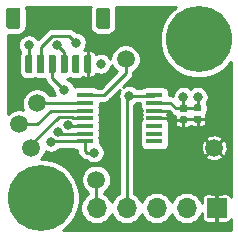
<source format=gbr>
G04 #@! TF.GenerationSoftware,KiCad,Pcbnew,5.1.5-52549c5~84~ubuntu18.04.1*
G04 #@! TF.CreationDate,2020-02-17T23:24:27+01:00*
G04 #@! TF.ProjectId,bldc_motor_encoder,626c6463-5f6d-46f7-946f-725f656e636f,rev?*
G04 #@! TF.SameCoordinates,Original*
G04 #@! TF.FileFunction,Copper,L1,Top*
G04 #@! TF.FilePolarity,Positive*
%FSLAX46Y46*%
G04 Gerber Fmt 4.6, Leading zero omitted, Abs format (unit mm)*
G04 Created by KiCad (PCBNEW 5.1.5-52549c5~84~ubuntu18.04.1) date 2020-02-17 23:24:27*
%MOMM*%
%LPD*%
G04 APERTURE LIST*
%ADD10C,0.100000*%
%ADD11O,1.700000X1.700000*%
%ADD12R,1.700000X1.700000*%
%ADD13C,5.600000*%
%ADD14C,1.500000*%
%ADD15R,1.450000X0.450000*%
%ADD16C,0.800000*%
%ADD17C,0.250000*%
G04 APERTURE END LIST*
G04 #@! TA.AperFunction,SMDPad,CuDef*
D10*
G36*
X131374505Y-80626204D02*
G01*
X131398773Y-80629804D01*
X131422572Y-80635765D01*
X131445671Y-80644030D01*
X131467850Y-80654520D01*
X131488893Y-80667132D01*
X131508599Y-80681747D01*
X131526777Y-80698223D01*
X131543253Y-80716401D01*
X131557868Y-80736107D01*
X131570480Y-80757150D01*
X131580970Y-80779329D01*
X131589235Y-80802428D01*
X131595196Y-80826227D01*
X131598796Y-80850495D01*
X131600000Y-80874999D01*
X131600000Y-82175001D01*
X131598796Y-82199505D01*
X131595196Y-82223773D01*
X131589235Y-82247572D01*
X131580970Y-82270671D01*
X131570480Y-82292850D01*
X131557868Y-82313893D01*
X131543253Y-82333599D01*
X131526777Y-82351777D01*
X131508599Y-82368253D01*
X131488893Y-82382868D01*
X131467850Y-82395480D01*
X131445671Y-82405970D01*
X131422572Y-82414235D01*
X131398773Y-82420196D01*
X131374505Y-82423796D01*
X131350001Y-82425000D01*
X130649999Y-82425000D01*
X130625495Y-82423796D01*
X130601227Y-82420196D01*
X130577428Y-82414235D01*
X130554329Y-82405970D01*
X130532150Y-82395480D01*
X130511107Y-82382868D01*
X130491401Y-82368253D01*
X130473223Y-82351777D01*
X130456747Y-82333599D01*
X130442132Y-82313893D01*
X130429520Y-82292850D01*
X130419030Y-82270671D01*
X130410765Y-82247572D01*
X130404804Y-82223773D01*
X130401204Y-82199505D01*
X130400000Y-82175001D01*
X130400000Y-80874999D01*
X130401204Y-80850495D01*
X130404804Y-80826227D01*
X130410765Y-80802428D01*
X130419030Y-80779329D01*
X130429520Y-80757150D01*
X130442132Y-80736107D01*
X130456747Y-80716401D01*
X130473223Y-80698223D01*
X130491401Y-80681747D01*
X130511107Y-80667132D01*
X130532150Y-80654520D01*
X130554329Y-80644030D01*
X130577428Y-80635765D01*
X130601227Y-80629804D01*
X130625495Y-80626204D01*
X130649999Y-80625000D01*
X131350001Y-80625000D01*
X131374505Y-80626204D01*
G37*
G04 #@! TD.AperFunction*
G04 #@! TA.AperFunction,SMDPad,CuDef*
G36*
X138974505Y-80626204D02*
G01*
X138998773Y-80629804D01*
X139022572Y-80635765D01*
X139045671Y-80644030D01*
X139067850Y-80654520D01*
X139088893Y-80667132D01*
X139108599Y-80681747D01*
X139126777Y-80698223D01*
X139143253Y-80716401D01*
X139157868Y-80736107D01*
X139170480Y-80757150D01*
X139180970Y-80779329D01*
X139189235Y-80802428D01*
X139195196Y-80826227D01*
X139198796Y-80850495D01*
X139200000Y-80874999D01*
X139200000Y-82175001D01*
X139198796Y-82199505D01*
X139195196Y-82223773D01*
X139189235Y-82247572D01*
X139180970Y-82270671D01*
X139170480Y-82292850D01*
X139157868Y-82313893D01*
X139143253Y-82333599D01*
X139126777Y-82351777D01*
X139108599Y-82368253D01*
X139088893Y-82382868D01*
X139067850Y-82395480D01*
X139045671Y-82405970D01*
X139022572Y-82414235D01*
X138998773Y-82420196D01*
X138974505Y-82423796D01*
X138950001Y-82425000D01*
X138249999Y-82425000D01*
X138225495Y-82423796D01*
X138201227Y-82420196D01*
X138177428Y-82414235D01*
X138154329Y-82405970D01*
X138132150Y-82395480D01*
X138111107Y-82382868D01*
X138091401Y-82368253D01*
X138073223Y-82351777D01*
X138056747Y-82333599D01*
X138042132Y-82313893D01*
X138029520Y-82292850D01*
X138019030Y-82270671D01*
X138010765Y-82247572D01*
X138004804Y-82223773D01*
X138001204Y-82199505D01*
X138000000Y-82175001D01*
X138000000Y-80874999D01*
X138001204Y-80850495D01*
X138004804Y-80826227D01*
X138010765Y-80802428D01*
X138019030Y-80779329D01*
X138029520Y-80757150D01*
X138042132Y-80736107D01*
X138056747Y-80716401D01*
X138073223Y-80698223D01*
X138091401Y-80681747D01*
X138111107Y-80667132D01*
X138132150Y-80654520D01*
X138154329Y-80644030D01*
X138177428Y-80635765D01*
X138201227Y-80629804D01*
X138225495Y-80626204D01*
X138249999Y-80625000D01*
X138950001Y-80625000D01*
X138974505Y-80626204D01*
G37*
G04 #@! TD.AperFunction*
G04 #@! TA.AperFunction,SMDPad,CuDef*
G36*
X132464703Y-84625722D02*
G01*
X132479264Y-84627882D01*
X132493543Y-84631459D01*
X132507403Y-84636418D01*
X132520710Y-84642712D01*
X132533336Y-84650280D01*
X132545159Y-84659048D01*
X132556066Y-84668934D01*
X132565952Y-84679841D01*
X132574720Y-84691664D01*
X132582288Y-84704290D01*
X132588582Y-84717597D01*
X132593541Y-84731457D01*
X132597118Y-84745736D01*
X132599278Y-84760297D01*
X132600000Y-84775000D01*
X132600000Y-86025000D01*
X132599278Y-86039703D01*
X132597118Y-86054264D01*
X132593541Y-86068543D01*
X132588582Y-86082403D01*
X132582288Y-86095710D01*
X132574720Y-86108336D01*
X132565952Y-86120159D01*
X132556066Y-86131066D01*
X132545159Y-86140952D01*
X132533336Y-86149720D01*
X132520710Y-86157288D01*
X132507403Y-86163582D01*
X132493543Y-86168541D01*
X132479264Y-86172118D01*
X132464703Y-86174278D01*
X132450000Y-86175000D01*
X132150000Y-86175000D01*
X132135297Y-86174278D01*
X132120736Y-86172118D01*
X132106457Y-86168541D01*
X132092597Y-86163582D01*
X132079290Y-86157288D01*
X132066664Y-86149720D01*
X132054841Y-86140952D01*
X132043934Y-86131066D01*
X132034048Y-86120159D01*
X132025280Y-86108336D01*
X132017712Y-86095710D01*
X132011418Y-86082403D01*
X132006459Y-86068543D01*
X132002882Y-86054264D01*
X132000722Y-86039703D01*
X132000000Y-86025000D01*
X132000000Y-84775000D01*
X132000722Y-84760297D01*
X132002882Y-84745736D01*
X132006459Y-84731457D01*
X132011418Y-84717597D01*
X132017712Y-84704290D01*
X132025280Y-84691664D01*
X132034048Y-84679841D01*
X132043934Y-84668934D01*
X132054841Y-84659048D01*
X132066664Y-84650280D01*
X132079290Y-84642712D01*
X132092597Y-84636418D01*
X132106457Y-84631459D01*
X132120736Y-84627882D01*
X132135297Y-84625722D01*
X132150000Y-84625000D01*
X132450000Y-84625000D01*
X132464703Y-84625722D01*
G37*
G04 #@! TD.AperFunction*
G04 #@! TA.AperFunction,SMDPad,CuDef*
G36*
X133464703Y-84625722D02*
G01*
X133479264Y-84627882D01*
X133493543Y-84631459D01*
X133507403Y-84636418D01*
X133520710Y-84642712D01*
X133533336Y-84650280D01*
X133545159Y-84659048D01*
X133556066Y-84668934D01*
X133565952Y-84679841D01*
X133574720Y-84691664D01*
X133582288Y-84704290D01*
X133588582Y-84717597D01*
X133593541Y-84731457D01*
X133597118Y-84745736D01*
X133599278Y-84760297D01*
X133600000Y-84775000D01*
X133600000Y-86025000D01*
X133599278Y-86039703D01*
X133597118Y-86054264D01*
X133593541Y-86068543D01*
X133588582Y-86082403D01*
X133582288Y-86095710D01*
X133574720Y-86108336D01*
X133565952Y-86120159D01*
X133556066Y-86131066D01*
X133545159Y-86140952D01*
X133533336Y-86149720D01*
X133520710Y-86157288D01*
X133507403Y-86163582D01*
X133493543Y-86168541D01*
X133479264Y-86172118D01*
X133464703Y-86174278D01*
X133450000Y-86175000D01*
X133150000Y-86175000D01*
X133135297Y-86174278D01*
X133120736Y-86172118D01*
X133106457Y-86168541D01*
X133092597Y-86163582D01*
X133079290Y-86157288D01*
X133066664Y-86149720D01*
X133054841Y-86140952D01*
X133043934Y-86131066D01*
X133034048Y-86120159D01*
X133025280Y-86108336D01*
X133017712Y-86095710D01*
X133011418Y-86082403D01*
X133006459Y-86068543D01*
X133002882Y-86054264D01*
X133000722Y-86039703D01*
X133000000Y-86025000D01*
X133000000Y-84775000D01*
X133000722Y-84760297D01*
X133002882Y-84745736D01*
X133006459Y-84731457D01*
X133011418Y-84717597D01*
X133017712Y-84704290D01*
X133025280Y-84691664D01*
X133034048Y-84679841D01*
X133043934Y-84668934D01*
X133054841Y-84659048D01*
X133066664Y-84650280D01*
X133079290Y-84642712D01*
X133092597Y-84636418D01*
X133106457Y-84631459D01*
X133120736Y-84627882D01*
X133135297Y-84625722D01*
X133150000Y-84625000D01*
X133450000Y-84625000D01*
X133464703Y-84625722D01*
G37*
G04 #@! TD.AperFunction*
G04 #@! TA.AperFunction,SMDPad,CuDef*
G36*
X134464703Y-84625722D02*
G01*
X134479264Y-84627882D01*
X134493543Y-84631459D01*
X134507403Y-84636418D01*
X134520710Y-84642712D01*
X134533336Y-84650280D01*
X134545159Y-84659048D01*
X134556066Y-84668934D01*
X134565952Y-84679841D01*
X134574720Y-84691664D01*
X134582288Y-84704290D01*
X134588582Y-84717597D01*
X134593541Y-84731457D01*
X134597118Y-84745736D01*
X134599278Y-84760297D01*
X134600000Y-84775000D01*
X134600000Y-86025000D01*
X134599278Y-86039703D01*
X134597118Y-86054264D01*
X134593541Y-86068543D01*
X134588582Y-86082403D01*
X134582288Y-86095710D01*
X134574720Y-86108336D01*
X134565952Y-86120159D01*
X134556066Y-86131066D01*
X134545159Y-86140952D01*
X134533336Y-86149720D01*
X134520710Y-86157288D01*
X134507403Y-86163582D01*
X134493543Y-86168541D01*
X134479264Y-86172118D01*
X134464703Y-86174278D01*
X134450000Y-86175000D01*
X134150000Y-86175000D01*
X134135297Y-86174278D01*
X134120736Y-86172118D01*
X134106457Y-86168541D01*
X134092597Y-86163582D01*
X134079290Y-86157288D01*
X134066664Y-86149720D01*
X134054841Y-86140952D01*
X134043934Y-86131066D01*
X134034048Y-86120159D01*
X134025280Y-86108336D01*
X134017712Y-86095710D01*
X134011418Y-86082403D01*
X134006459Y-86068543D01*
X134002882Y-86054264D01*
X134000722Y-86039703D01*
X134000000Y-86025000D01*
X134000000Y-84775000D01*
X134000722Y-84760297D01*
X134002882Y-84745736D01*
X134006459Y-84731457D01*
X134011418Y-84717597D01*
X134017712Y-84704290D01*
X134025280Y-84691664D01*
X134034048Y-84679841D01*
X134043934Y-84668934D01*
X134054841Y-84659048D01*
X134066664Y-84650280D01*
X134079290Y-84642712D01*
X134092597Y-84636418D01*
X134106457Y-84631459D01*
X134120736Y-84627882D01*
X134135297Y-84625722D01*
X134150000Y-84625000D01*
X134450000Y-84625000D01*
X134464703Y-84625722D01*
G37*
G04 #@! TD.AperFunction*
G04 #@! TA.AperFunction,SMDPad,CuDef*
G36*
X135464703Y-84625722D02*
G01*
X135479264Y-84627882D01*
X135493543Y-84631459D01*
X135507403Y-84636418D01*
X135520710Y-84642712D01*
X135533336Y-84650280D01*
X135545159Y-84659048D01*
X135556066Y-84668934D01*
X135565952Y-84679841D01*
X135574720Y-84691664D01*
X135582288Y-84704290D01*
X135588582Y-84717597D01*
X135593541Y-84731457D01*
X135597118Y-84745736D01*
X135599278Y-84760297D01*
X135600000Y-84775000D01*
X135600000Y-86025000D01*
X135599278Y-86039703D01*
X135597118Y-86054264D01*
X135593541Y-86068543D01*
X135588582Y-86082403D01*
X135582288Y-86095710D01*
X135574720Y-86108336D01*
X135565952Y-86120159D01*
X135556066Y-86131066D01*
X135545159Y-86140952D01*
X135533336Y-86149720D01*
X135520710Y-86157288D01*
X135507403Y-86163582D01*
X135493543Y-86168541D01*
X135479264Y-86172118D01*
X135464703Y-86174278D01*
X135450000Y-86175000D01*
X135150000Y-86175000D01*
X135135297Y-86174278D01*
X135120736Y-86172118D01*
X135106457Y-86168541D01*
X135092597Y-86163582D01*
X135079290Y-86157288D01*
X135066664Y-86149720D01*
X135054841Y-86140952D01*
X135043934Y-86131066D01*
X135034048Y-86120159D01*
X135025280Y-86108336D01*
X135017712Y-86095710D01*
X135011418Y-86082403D01*
X135006459Y-86068543D01*
X135002882Y-86054264D01*
X135000722Y-86039703D01*
X135000000Y-86025000D01*
X135000000Y-84775000D01*
X135000722Y-84760297D01*
X135002882Y-84745736D01*
X135006459Y-84731457D01*
X135011418Y-84717597D01*
X135017712Y-84704290D01*
X135025280Y-84691664D01*
X135034048Y-84679841D01*
X135043934Y-84668934D01*
X135054841Y-84659048D01*
X135066664Y-84650280D01*
X135079290Y-84642712D01*
X135092597Y-84636418D01*
X135106457Y-84631459D01*
X135120736Y-84627882D01*
X135135297Y-84625722D01*
X135150000Y-84625000D01*
X135450000Y-84625000D01*
X135464703Y-84625722D01*
G37*
G04 #@! TD.AperFunction*
G04 #@! TA.AperFunction,SMDPad,CuDef*
G36*
X136464703Y-84625722D02*
G01*
X136479264Y-84627882D01*
X136493543Y-84631459D01*
X136507403Y-84636418D01*
X136520710Y-84642712D01*
X136533336Y-84650280D01*
X136545159Y-84659048D01*
X136556066Y-84668934D01*
X136565952Y-84679841D01*
X136574720Y-84691664D01*
X136582288Y-84704290D01*
X136588582Y-84717597D01*
X136593541Y-84731457D01*
X136597118Y-84745736D01*
X136599278Y-84760297D01*
X136600000Y-84775000D01*
X136600000Y-86025000D01*
X136599278Y-86039703D01*
X136597118Y-86054264D01*
X136593541Y-86068543D01*
X136588582Y-86082403D01*
X136582288Y-86095710D01*
X136574720Y-86108336D01*
X136565952Y-86120159D01*
X136556066Y-86131066D01*
X136545159Y-86140952D01*
X136533336Y-86149720D01*
X136520710Y-86157288D01*
X136507403Y-86163582D01*
X136493543Y-86168541D01*
X136479264Y-86172118D01*
X136464703Y-86174278D01*
X136450000Y-86175000D01*
X136150000Y-86175000D01*
X136135297Y-86174278D01*
X136120736Y-86172118D01*
X136106457Y-86168541D01*
X136092597Y-86163582D01*
X136079290Y-86157288D01*
X136066664Y-86149720D01*
X136054841Y-86140952D01*
X136043934Y-86131066D01*
X136034048Y-86120159D01*
X136025280Y-86108336D01*
X136017712Y-86095710D01*
X136011418Y-86082403D01*
X136006459Y-86068543D01*
X136002882Y-86054264D01*
X136000722Y-86039703D01*
X136000000Y-86025000D01*
X136000000Y-84775000D01*
X136000722Y-84760297D01*
X136002882Y-84745736D01*
X136006459Y-84731457D01*
X136011418Y-84717597D01*
X136017712Y-84704290D01*
X136025280Y-84691664D01*
X136034048Y-84679841D01*
X136043934Y-84668934D01*
X136054841Y-84659048D01*
X136066664Y-84650280D01*
X136079290Y-84642712D01*
X136092597Y-84636418D01*
X136106457Y-84631459D01*
X136120736Y-84627882D01*
X136135297Y-84625722D01*
X136150000Y-84625000D01*
X136450000Y-84625000D01*
X136464703Y-84625722D01*
G37*
G04 #@! TD.AperFunction*
G04 #@! TA.AperFunction,SMDPad,CuDef*
G36*
X137464703Y-84625722D02*
G01*
X137479264Y-84627882D01*
X137493543Y-84631459D01*
X137507403Y-84636418D01*
X137520710Y-84642712D01*
X137533336Y-84650280D01*
X137545159Y-84659048D01*
X137556066Y-84668934D01*
X137565952Y-84679841D01*
X137574720Y-84691664D01*
X137582288Y-84704290D01*
X137588582Y-84717597D01*
X137593541Y-84731457D01*
X137597118Y-84745736D01*
X137599278Y-84760297D01*
X137600000Y-84775000D01*
X137600000Y-86025000D01*
X137599278Y-86039703D01*
X137597118Y-86054264D01*
X137593541Y-86068543D01*
X137588582Y-86082403D01*
X137582288Y-86095710D01*
X137574720Y-86108336D01*
X137565952Y-86120159D01*
X137556066Y-86131066D01*
X137545159Y-86140952D01*
X137533336Y-86149720D01*
X137520710Y-86157288D01*
X137507403Y-86163582D01*
X137493543Y-86168541D01*
X137479264Y-86172118D01*
X137464703Y-86174278D01*
X137450000Y-86175000D01*
X137150000Y-86175000D01*
X137135297Y-86174278D01*
X137120736Y-86172118D01*
X137106457Y-86168541D01*
X137092597Y-86163582D01*
X137079290Y-86157288D01*
X137066664Y-86149720D01*
X137054841Y-86140952D01*
X137043934Y-86131066D01*
X137034048Y-86120159D01*
X137025280Y-86108336D01*
X137017712Y-86095710D01*
X137011418Y-86082403D01*
X137006459Y-86068543D01*
X137002882Y-86054264D01*
X137000722Y-86039703D01*
X137000000Y-86025000D01*
X137000000Y-84775000D01*
X137000722Y-84760297D01*
X137002882Y-84745736D01*
X137006459Y-84731457D01*
X137011418Y-84717597D01*
X137017712Y-84704290D01*
X137025280Y-84691664D01*
X137034048Y-84679841D01*
X137043934Y-84668934D01*
X137054841Y-84659048D01*
X137066664Y-84650280D01*
X137079290Y-84642712D01*
X137092597Y-84636418D01*
X137106457Y-84631459D01*
X137120736Y-84627882D01*
X137135297Y-84625722D01*
X137150000Y-84625000D01*
X137450000Y-84625000D01*
X137464703Y-84625722D01*
G37*
G04 #@! TD.AperFunction*
D11*
X138040000Y-97600000D03*
X140580000Y-97600000D03*
X143120000Y-97600000D03*
X145660000Y-97600000D03*
D12*
X148200000Y-97600000D03*
D13*
X133300000Y-96750000D03*
X146700000Y-83300000D03*
D14*
X138000000Y-95200000D03*
X132500000Y-92500000D03*
X131500000Y-90500000D03*
X133000000Y-88750000D03*
X140500000Y-85000000D03*
X148000000Y-92500000D03*
D15*
X142950000Y-88050000D03*
X142950000Y-88700000D03*
X142950000Y-89350000D03*
X142950000Y-90000000D03*
X142950000Y-90650000D03*
X142950000Y-91300000D03*
X142950000Y-91950000D03*
X137050000Y-91950000D03*
X137050000Y-91300000D03*
X137050000Y-90650000D03*
X137050000Y-90000000D03*
X137050000Y-89350000D03*
X137050000Y-88700000D03*
X137050000Y-88050000D03*
G04 #@! TA.AperFunction,SMDPad,CuDef*
D10*
G36*
X146786958Y-88820710D02*
G01*
X146801276Y-88822834D01*
X146815317Y-88826351D01*
X146828946Y-88831228D01*
X146842031Y-88837417D01*
X146854447Y-88844858D01*
X146866073Y-88853481D01*
X146876798Y-88863202D01*
X146886519Y-88873927D01*
X146895142Y-88885553D01*
X146902583Y-88897969D01*
X146908772Y-88911054D01*
X146913649Y-88924683D01*
X146917166Y-88938724D01*
X146919290Y-88953042D01*
X146920000Y-88967500D01*
X146920000Y-89262500D01*
X146919290Y-89276958D01*
X146917166Y-89291276D01*
X146913649Y-89305317D01*
X146908772Y-89318946D01*
X146902583Y-89332031D01*
X146895142Y-89344447D01*
X146886519Y-89356073D01*
X146876798Y-89366798D01*
X146866073Y-89376519D01*
X146854447Y-89385142D01*
X146842031Y-89392583D01*
X146828946Y-89398772D01*
X146815317Y-89403649D01*
X146801276Y-89407166D01*
X146786958Y-89409290D01*
X146772500Y-89410000D01*
X146427500Y-89410000D01*
X146413042Y-89409290D01*
X146398724Y-89407166D01*
X146384683Y-89403649D01*
X146371054Y-89398772D01*
X146357969Y-89392583D01*
X146345553Y-89385142D01*
X146333927Y-89376519D01*
X146323202Y-89366798D01*
X146313481Y-89356073D01*
X146304858Y-89344447D01*
X146297417Y-89332031D01*
X146291228Y-89318946D01*
X146286351Y-89305317D01*
X146282834Y-89291276D01*
X146280710Y-89276958D01*
X146280000Y-89262500D01*
X146280000Y-88967500D01*
X146280710Y-88953042D01*
X146282834Y-88938724D01*
X146286351Y-88924683D01*
X146291228Y-88911054D01*
X146297417Y-88897969D01*
X146304858Y-88885553D01*
X146313481Y-88873927D01*
X146323202Y-88863202D01*
X146333927Y-88853481D01*
X146345553Y-88844858D01*
X146357969Y-88837417D01*
X146371054Y-88831228D01*
X146384683Y-88826351D01*
X146398724Y-88822834D01*
X146413042Y-88820710D01*
X146427500Y-88820000D01*
X146772500Y-88820000D01*
X146786958Y-88820710D01*
G37*
G04 #@! TD.AperFunction*
G04 #@! TA.AperFunction,SMDPad,CuDef*
G36*
X146786958Y-89790710D02*
G01*
X146801276Y-89792834D01*
X146815317Y-89796351D01*
X146828946Y-89801228D01*
X146842031Y-89807417D01*
X146854447Y-89814858D01*
X146866073Y-89823481D01*
X146876798Y-89833202D01*
X146886519Y-89843927D01*
X146895142Y-89855553D01*
X146902583Y-89867969D01*
X146908772Y-89881054D01*
X146913649Y-89894683D01*
X146917166Y-89908724D01*
X146919290Y-89923042D01*
X146920000Y-89937500D01*
X146920000Y-90232500D01*
X146919290Y-90246958D01*
X146917166Y-90261276D01*
X146913649Y-90275317D01*
X146908772Y-90288946D01*
X146902583Y-90302031D01*
X146895142Y-90314447D01*
X146886519Y-90326073D01*
X146876798Y-90336798D01*
X146866073Y-90346519D01*
X146854447Y-90355142D01*
X146842031Y-90362583D01*
X146828946Y-90368772D01*
X146815317Y-90373649D01*
X146801276Y-90377166D01*
X146786958Y-90379290D01*
X146772500Y-90380000D01*
X146427500Y-90380000D01*
X146413042Y-90379290D01*
X146398724Y-90377166D01*
X146384683Y-90373649D01*
X146371054Y-90368772D01*
X146357969Y-90362583D01*
X146345553Y-90355142D01*
X146333927Y-90346519D01*
X146323202Y-90336798D01*
X146313481Y-90326073D01*
X146304858Y-90314447D01*
X146297417Y-90302031D01*
X146291228Y-90288946D01*
X146286351Y-90275317D01*
X146282834Y-90261276D01*
X146280710Y-90246958D01*
X146280000Y-90232500D01*
X146280000Y-89937500D01*
X146280710Y-89923042D01*
X146282834Y-89908724D01*
X146286351Y-89894683D01*
X146291228Y-89881054D01*
X146297417Y-89867969D01*
X146304858Y-89855553D01*
X146313481Y-89843927D01*
X146323202Y-89833202D01*
X146333927Y-89823481D01*
X146345553Y-89814858D01*
X146357969Y-89807417D01*
X146371054Y-89801228D01*
X146384683Y-89796351D01*
X146398724Y-89792834D01*
X146413042Y-89790710D01*
X146427500Y-89790000D01*
X146772500Y-89790000D01*
X146786958Y-89790710D01*
G37*
G04 #@! TD.AperFunction*
G04 #@! TA.AperFunction,SMDPad,CuDef*
G36*
X145586958Y-88870710D02*
G01*
X145601276Y-88872834D01*
X145615317Y-88876351D01*
X145628946Y-88881228D01*
X145642031Y-88887417D01*
X145654447Y-88894858D01*
X145666073Y-88903481D01*
X145676798Y-88913202D01*
X145686519Y-88923927D01*
X145695142Y-88935553D01*
X145702583Y-88947969D01*
X145708772Y-88961054D01*
X145713649Y-88974683D01*
X145717166Y-88988724D01*
X145719290Y-89003042D01*
X145720000Y-89017500D01*
X145720000Y-89312500D01*
X145719290Y-89326958D01*
X145717166Y-89341276D01*
X145713649Y-89355317D01*
X145708772Y-89368946D01*
X145702583Y-89382031D01*
X145695142Y-89394447D01*
X145686519Y-89406073D01*
X145676798Y-89416798D01*
X145666073Y-89426519D01*
X145654447Y-89435142D01*
X145642031Y-89442583D01*
X145628946Y-89448772D01*
X145615317Y-89453649D01*
X145601276Y-89457166D01*
X145586958Y-89459290D01*
X145572500Y-89460000D01*
X145227500Y-89460000D01*
X145213042Y-89459290D01*
X145198724Y-89457166D01*
X145184683Y-89453649D01*
X145171054Y-89448772D01*
X145157969Y-89442583D01*
X145145553Y-89435142D01*
X145133927Y-89426519D01*
X145123202Y-89416798D01*
X145113481Y-89406073D01*
X145104858Y-89394447D01*
X145097417Y-89382031D01*
X145091228Y-89368946D01*
X145086351Y-89355317D01*
X145082834Y-89341276D01*
X145080710Y-89326958D01*
X145080000Y-89312500D01*
X145080000Y-89017500D01*
X145080710Y-89003042D01*
X145082834Y-88988724D01*
X145086351Y-88974683D01*
X145091228Y-88961054D01*
X145097417Y-88947969D01*
X145104858Y-88935553D01*
X145113481Y-88923927D01*
X145123202Y-88913202D01*
X145133927Y-88903481D01*
X145145553Y-88894858D01*
X145157969Y-88887417D01*
X145171054Y-88881228D01*
X145184683Y-88876351D01*
X145198724Y-88872834D01*
X145213042Y-88870710D01*
X145227500Y-88870000D01*
X145572500Y-88870000D01*
X145586958Y-88870710D01*
G37*
G04 #@! TD.AperFunction*
G04 #@! TA.AperFunction,SMDPad,CuDef*
G36*
X145586958Y-89840710D02*
G01*
X145601276Y-89842834D01*
X145615317Y-89846351D01*
X145628946Y-89851228D01*
X145642031Y-89857417D01*
X145654447Y-89864858D01*
X145666073Y-89873481D01*
X145676798Y-89883202D01*
X145686519Y-89893927D01*
X145695142Y-89905553D01*
X145702583Y-89917969D01*
X145708772Y-89931054D01*
X145713649Y-89944683D01*
X145717166Y-89958724D01*
X145719290Y-89973042D01*
X145720000Y-89987500D01*
X145720000Y-90282500D01*
X145719290Y-90296958D01*
X145717166Y-90311276D01*
X145713649Y-90325317D01*
X145708772Y-90338946D01*
X145702583Y-90352031D01*
X145695142Y-90364447D01*
X145686519Y-90376073D01*
X145676798Y-90386798D01*
X145666073Y-90396519D01*
X145654447Y-90405142D01*
X145642031Y-90412583D01*
X145628946Y-90418772D01*
X145615317Y-90423649D01*
X145601276Y-90427166D01*
X145586958Y-90429290D01*
X145572500Y-90430000D01*
X145227500Y-90430000D01*
X145213042Y-90429290D01*
X145198724Y-90427166D01*
X145184683Y-90423649D01*
X145171054Y-90418772D01*
X145157969Y-90412583D01*
X145145553Y-90405142D01*
X145133927Y-90396519D01*
X145123202Y-90386798D01*
X145113481Y-90376073D01*
X145104858Y-90364447D01*
X145097417Y-90352031D01*
X145091228Y-90338946D01*
X145086351Y-90325317D01*
X145082834Y-90311276D01*
X145080710Y-90296958D01*
X145080000Y-90282500D01*
X145080000Y-89987500D01*
X145080710Y-89973042D01*
X145082834Y-89958724D01*
X145086351Y-89944683D01*
X145091228Y-89931054D01*
X145097417Y-89917969D01*
X145104858Y-89905553D01*
X145113481Y-89893927D01*
X145123202Y-89883202D01*
X145133927Y-89873481D01*
X145145553Y-89864858D01*
X145157969Y-89857417D01*
X145171054Y-89851228D01*
X145184683Y-89846351D01*
X145198724Y-89842834D01*
X145213042Y-89840710D01*
X145227500Y-89840000D01*
X145572500Y-89840000D01*
X145586958Y-89840710D01*
G37*
G04 #@! TD.AperFunction*
D16*
X135600000Y-90600000D03*
X138400000Y-85400000D03*
X132300000Y-83800000D03*
X145400000Y-88200000D03*
X146600000Y-88200000D03*
X132200000Y-87000000D03*
X137500000Y-83800000D03*
X140800000Y-88100000D03*
X136300000Y-83600000D03*
X134800000Y-91200000D03*
X135300000Y-87600000D03*
X134200000Y-92000000D03*
X134700000Y-83800000D03*
X137800000Y-92900000D03*
D17*
X145400000Y-89165000D02*
X144765000Y-89165000D01*
X144300000Y-88700000D02*
X142950000Y-88700000D01*
X144765000Y-89165000D02*
X144300000Y-88700000D01*
X145450000Y-89115000D02*
X145400000Y-89165000D01*
X146600000Y-89115000D02*
X145450000Y-89115000D01*
X137050000Y-90650000D02*
X135650000Y-90650000D01*
X135650000Y-90650000D02*
X135600000Y-90600000D01*
X132300000Y-85400000D02*
X132300000Y-83800000D01*
X145400000Y-89165000D02*
X145400000Y-88200000D01*
X146600000Y-89115000D02*
X146600000Y-88200000D01*
X138000000Y-97560000D02*
X138040000Y-97600000D01*
X138000000Y-95200000D02*
X138000000Y-97560000D01*
X145400000Y-90135000D02*
X144535000Y-90135000D01*
X144400000Y-90000000D02*
X142950000Y-90000000D01*
X144535000Y-90135000D02*
X144400000Y-90000000D01*
X145450000Y-90085000D02*
X145400000Y-90135000D01*
X146600000Y-90085000D02*
X145450000Y-90085000D01*
X144400000Y-90000000D02*
X144400000Y-89600000D01*
X144150000Y-89350000D02*
X142950000Y-89350000D01*
X144400000Y-89600000D02*
X144150000Y-89350000D01*
X137300000Y-85400000D02*
X137300000Y-84000000D01*
X137300000Y-84000000D02*
X137500000Y-83800000D01*
X142900000Y-88100000D02*
X142950000Y-88050000D01*
X140800000Y-88100000D02*
X142900000Y-88100000D01*
X133300000Y-85400000D02*
X133300000Y-84000000D01*
X133300000Y-84000000D02*
X134300000Y-83000000D01*
X134300000Y-83000000D02*
X135700000Y-83000000D01*
X135700000Y-83000000D02*
X136300000Y-83600000D01*
X140580000Y-94595000D02*
X140600000Y-94575000D01*
X140580000Y-94780000D02*
X140580000Y-94595000D01*
X140580000Y-88320000D02*
X140800000Y-88100000D01*
X140580000Y-94780000D02*
X140580000Y-88320000D01*
X140580000Y-97600000D02*
X140580000Y-94780000D01*
X137024999Y-91325001D02*
X137050000Y-91300000D01*
X134925001Y-91325001D02*
X137024999Y-91325001D01*
X134800000Y-91200000D02*
X134925001Y-91325001D01*
X134300000Y-85400000D02*
X134300000Y-86600000D01*
X134300000Y-86600000D02*
X135300000Y-87600000D01*
X134250000Y-91950000D02*
X137050000Y-91950000D01*
X134200000Y-92000000D02*
X134250000Y-91950000D01*
X135300000Y-85400000D02*
X135300000Y-84400000D01*
X135300000Y-84400000D02*
X134700000Y-83800000D01*
X137800000Y-92900000D02*
X137200000Y-92900000D01*
X137050000Y-92750000D02*
X137050000Y-91950000D01*
X137200000Y-92900000D02*
X137050000Y-92750000D01*
X132500000Y-92500000D02*
X132500000Y-92200000D01*
X134825001Y-89874999D02*
X135948001Y-89874999D01*
X132500000Y-92200000D02*
X134825001Y-89874999D01*
X136073002Y-90000000D02*
X137050000Y-90000000D01*
X135948001Y-89874999D02*
X136073002Y-90000000D01*
X137050000Y-89350000D02*
X134150000Y-89350000D01*
X133000000Y-90500000D02*
X131500000Y-90500000D01*
X134150000Y-89350000D02*
X133000000Y-90500000D01*
X133050000Y-88700000D02*
X133000000Y-88750000D01*
X137050000Y-88700000D02*
X133050000Y-88700000D01*
X137050000Y-88050000D02*
X138650000Y-88050000D01*
X140500000Y-86200000D02*
X140500000Y-85000000D01*
X138650000Y-88050000D02*
X140500000Y-86200000D01*
G36*
X137531647Y-80577448D02*
G01*
X137487400Y-80723309D01*
X137472460Y-80874999D01*
X137472460Y-82175001D01*
X137487400Y-82326691D01*
X137531647Y-82472552D01*
X137603499Y-82606979D01*
X137700196Y-82724804D01*
X137818021Y-82821501D01*
X137952448Y-82893353D01*
X138098309Y-82937600D01*
X138249999Y-82952540D01*
X138950001Y-82952540D01*
X139101691Y-82937600D01*
X139247552Y-82893353D01*
X139381979Y-82821501D01*
X139499804Y-82724804D01*
X139596501Y-82606979D01*
X139668353Y-82472552D01*
X139712600Y-82326691D01*
X139727540Y-82175001D01*
X139727540Y-80874999D01*
X139712600Y-80723309D01*
X139668353Y-80577448D01*
X139667045Y-80575000D01*
X144793409Y-80575000D01*
X144580436Y-80717304D01*
X144117304Y-81180436D01*
X143753423Y-81725022D01*
X143502778Y-82330133D01*
X143375000Y-82972516D01*
X143375000Y-83627484D01*
X143502778Y-84269867D01*
X143753423Y-84874978D01*
X144117304Y-85419564D01*
X144580436Y-85882696D01*
X145125022Y-86246577D01*
X145730133Y-86497222D01*
X146372516Y-86625000D01*
X147027484Y-86625000D01*
X147669867Y-86497222D01*
X148274978Y-86246577D01*
X148819564Y-85882696D01*
X149282696Y-85419564D01*
X149425001Y-85206590D01*
X149425000Y-96690771D01*
X149423516Y-96675703D01*
X149401845Y-96604261D01*
X149366652Y-96538420D01*
X149319290Y-96480710D01*
X149261580Y-96433348D01*
X149195739Y-96398155D01*
X149124297Y-96376484D01*
X149050000Y-96369166D01*
X148296750Y-96371000D01*
X148202000Y-96465750D01*
X148202000Y-97598000D01*
X148222000Y-97598000D01*
X148222000Y-97602000D01*
X148202000Y-97602000D01*
X148202000Y-98734250D01*
X148296750Y-98829000D01*
X149050000Y-98830834D01*
X149124297Y-98823516D01*
X149195739Y-98801845D01*
X149261580Y-98766652D01*
X149319290Y-98719290D01*
X149366652Y-98661580D01*
X149401845Y-98595739D01*
X149423516Y-98524297D01*
X149425000Y-98509230D01*
X149425000Y-99425000D01*
X139971754Y-99425000D01*
X139887280Y-99433320D01*
X139832293Y-99450000D01*
X135244006Y-99450000D01*
X135419564Y-99332696D01*
X135882696Y-98869564D01*
X136246577Y-98324978D01*
X136497222Y-97719867D01*
X136625000Y-97077484D01*
X136625000Y-96422516D01*
X136497222Y-95780133D01*
X136246577Y-95175022D01*
X135882696Y-94630436D01*
X135419564Y-94167304D01*
X134874978Y-93803423D01*
X134269867Y-93552778D01*
X133627484Y-93425000D01*
X133378122Y-93425000D01*
X133490357Y-93312765D01*
X133629890Y-93103939D01*
X133726002Y-92871904D01*
X133739369Y-92804705D01*
X133761848Y-92819725D01*
X133930187Y-92889453D01*
X134108895Y-92925000D01*
X134291105Y-92925000D01*
X134469813Y-92889453D01*
X134638152Y-92819725D01*
X134789653Y-92718495D01*
X134908148Y-92600000D01*
X136015302Y-92600000D01*
X136031914Y-92613633D01*
X136123119Y-92662383D01*
X136222082Y-92692403D01*
X136325000Y-92702540D01*
X136400000Y-92702540D01*
X136400000Y-92718079D01*
X136396856Y-92750000D01*
X136400000Y-92781921D01*
X136400000Y-92781931D01*
X136409405Y-92877421D01*
X136423838Y-92925000D01*
X136446573Y-92999947D01*
X136506930Y-93112868D01*
X136537361Y-93149948D01*
X136588157Y-93211843D01*
X136612962Y-93232200D01*
X136717800Y-93337038D01*
X136738157Y-93361843D01*
X136837132Y-93443070D01*
X136950052Y-93503427D01*
X137072578Y-93540595D01*
X137138988Y-93547136D01*
X137210347Y-93618495D01*
X137361848Y-93719725D01*
X137530187Y-93789453D01*
X137708895Y-93825000D01*
X137891105Y-93825000D01*
X138069813Y-93789453D01*
X138238152Y-93719725D01*
X138389653Y-93618495D01*
X138518495Y-93489653D01*
X138619725Y-93338152D01*
X138689453Y-93169813D01*
X138725000Y-92991105D01*
X138725000Y-92808895D01*
X138689453Y-92630187D01*
X138619725Y-92461848D01*
X138518495Y-92310347D01*
X138389653Y-92181505D01*
X138302540Y-92123298D01*
X138302540Y-91725000D01*
X138292690Y-91625000D01*
X138302540Y-91525000D01*
X138302540Y-91075000D01*
X138292690Y-90975000D01*
X138302540Y-90875000D01*
X138302540Y-90425000D01*
X138292690Y-90325000D01*
X138302540Y-90225000D01*
X138302540Y-89775000D01*
X138292690Y-89675000D01*
X138302540Y-89575000D01*
X138302540Y-89125000D01*
X138292690Y-89025000D01*
X138302540Y-88925000D01*
X138302540Y-88700000D01*
X138618079Y-88700000D01*
X138650000Y-88703144D01*
X138681921Y-88700000D01*
X138681932Y-88700000D01*
X138777422Y-88690595D01*
X138899948Y-88653427D01*
X139012868Y-88593070D01*
X139111843Y-88511843D01*
X139132200Y-88487038D01*
X140026357Y-87592881D01*
X139980275Y-87661848D01*
X139910547Y-87830187D01*
X139875000Y-88008895D01*
X139875000Y-88191105D01*
X139910547Y-88369813D01*
X139930001Y-88416779D01*
X139930000Y-94563078D01*
X139926856Y-94595000D01*
X139930000Y-94626922D01*
X139930000Y-94811931D01*
X139930001Y-94811941D01*
X139930000Y-96380949D01*
X139928693Y-96381491D01*
X139703489Y-96531968D01*
X139511968Y-96723489D01*
X139361491Y-96948693D01*
X139310000Y-97073004D01*
X139258509Y-96948693D01*
X139108032Y-96723489D01*
X138916511Y-96531968D01*
X138691307Y-96381491D01*
X138650000Y-96364381D01*
X138650000Y-96299113D01*
X138812765Y-96190357D01*
X138990357Y-96012765D01*
X139129890Y-95803939D01*
X139226002Y-95571904D01*
X139275000Y-95325577D01*
X139275000Y-95074423D01*
X139226002Y-94828096D01*
X139129890Y-94596061D01*
X138990357Y-94387235D01*
X138812765Y-94209643D01*
X138603939Y-94070110D01*
X138371904Y-93973998D01*
X138125577Y-93925000D01*
X137874423Y-93925000D01*
X137628096Y-93973998D01*
X137396061Y-94070110D01*
X137187235Y-94209643D01*
X137009643Y-94387235D01*
X136870110Y-94596061D01*
X136773998Y-94828096D01*
X136725000Y-95074423D01*
X136725000Y-95325577D01*
X136773998Y-95571904D01*
X136870110Y-95803939D01*
X137009643Y-96012765D01*
X137187235Y-96190357D01*
X137350000Y-96299113D01*
X137350001Y-96407345D01*
X137163489Y-96531968D01*
X136971968Y-96723489D01*
X136821491Y-96948693D01*
X136717841Y-97198927D01*
X136665000Y-97464574D01*
X136665000Y-97735426D01*
X136717841Y-98001073D01*
X136821491Y-98251307D01*
X136971968Y-98476511D01*
X137163489Y-98668032D01*
X137388693Y-98818509D01*
X137638927Y-98922159D01*
X137904574Y-98975000D01*
X138175426Y-98975000D01*
X138441073Y-98922159D01*
X138691307Y-98818509D01*
X138916511Y-98668032D01*
X139108032Y-98476511D01*
X139258509Y-98251307D01*
X139310000Y-98126996D01*
X139361491Y-98251307D01*
X139511968Y-98476511D01*
X139703489Y-98668032D01*
X139928693Y-98818509D01*
X140178927Y-98922159D01*
X140444574Y-98975000D01*
X140715426Y-98975000D01*
X140981073Y-98922159D01*
X141231307Y-98818509D01*
X141456511Y-98668032D01*
X141648032Y-98476511D01*
X141798509Y-98251307D01*
X141850000Y-98126996D01*
X141901491Y-98251307D01*
X142051968Y-98476511D01*
X142243489Y-98668032D01*
X142468693Y-98818509D01*
X142718927Y-98922159D01*
X142984574Y-98975000D01*
X143255426Y-98975000D01*
X143521073Y-98922159D01*
X143771307Y-98818509D01*
X143996511Y-98668032D01*
X144188032Y-98476511D01*
X144338509Y-98251307D01*
X144390000Y-98126996D01*
X144441491Y-98251307D01*
X144591968Y-98476511D01*
X144783489Y-98668032D01*
X145008693Y-98818509D01*
X145258927Y-98922159D01*
X145524574Y-98975000D01*
X145795426Y-98975000D01*
X146061073Y-98922159D01*
X146311307Y-98818509D01*
X146536511Y-98668032D01*
X146728032Y-98476511D01*
X146878509Y-98251307D01*
X146970189Y-98029972D01*
X146969166Y-98450000D01*
X146976484Y-98524297D01*
X146998155Y-98595739D01*
X147033348Y-98661580D01*
X147080710Y-98719290D01*
X147138420Y-98766652D01*
X147204261Y-98801845D01*
X147275703Y-98823516D01*
X147350000Y-98830834D01*
X148103250Y-98829000D01*
X148198000Y-98734250D01*
X148198000Y-97602000D01*
X148178000Y-97602000D01*
X148178000Y-97598000D01*
X148198000Y-97598000D01*
X148198000Y-96465750D01*
X148103250Y-96371000D01*
X147350000Y-96369166D01*
X147275703Y-96376484D01*
X147204261Y-96398155D01*
X147138420Y-96433348D01*
X147080710Y-96480710D01*
X147033348Y-96538420D01*
X146998155Y-96604261D01*
X146976484Y-96675703D01*
X146969166Y-96750000D01*
X146970189Y-97170028D01*
X146878509Y-96948693D01*
X146728032Y-96723489D01*
X146536511Y-96531968D01*
X146311307Y-96381491D01*
X146061073Y-96277841D01*
X145795426Y-96225000D01*
X145524574Y-96225000D01*
X145258927Y-96277841D01*
X145008693Y-96381491D01*
X144783489Y-96531968D01*
X144591968Y-96723489D01*
X144441491Y-96948693D01*
X144390000Y-97073004D01*
X144338509Y-96948693D01*
X144188032Y-96723489D01*
X143996511Y-96531968D01*
X143771307Y-96381491D01*
X143521073Y-96277841D01*
X143255426Y-96225000D01*
X142984574Y-96225000D01*
X142718927Y-96277841D01*
X142468693Y-96381491D01*
X142243489Y-96531968D01*
X142051968Y-96723489D01*
X141901491Y-96948693D01*
X141850000Y-97073004D01*
X141798509Y-96948693D01*
X141648032Y-96723489D01*
X141456511Y-96531968D01*
X141231307Y-96381491D01*
X141230000Y-96380950D01*
X141230000Y-94737346D01*
X141240594Y-94702422D01*
X141253144Y-94575001D01*
X141240594Y-94447579D01*
X141230000Y-94412654D01*
X141230000Y-93236601D01*
X147266228Y-93236601D01*
X147334798Y-93418974D01*
X147526864Y-93531090D01*
X147737110Y-93603583D01*
X147957460Y-93633665D01*
X148179444Y-93620182D01*
X148394533Y-93563650D01*
X148594460Y-93466242D01*
X148665202Y-93418974D01*
X148733772Y-93236601D01*
X148000000Y-92502828D01*
X147266228Y-93236601D01*
X141230000Y-93236601D01*
X141230000Y-88923102D01*
X141238152Y-88919725D01*
X141389653Y-88818495D01*
X141458148Y-88750000D01*
X141697460Y-88750000D01*
X141697460Y-88925000D01*
X141707597Y-89027918D01*
X141737617Y-89126881D01*
X141786367Y-89218086D01*
X141851973Y-89298027D01*
X141930378Y-89362372D01*
X141846000Y-89446750D01*
X141844166Y-89575000D01*
X141851484Y-89649297D01*
X141859281Y-89675000D01*
X141851484Y-89700703D01*
X141844166Y-89775000D01*
X141846000Y-89903250D01*
X141930378Y-89987628D01*
X141851973Y-90051973D01*
X141786367Y-90131914D01*
X141737617Y-90223119D01*
X141707597Y-90322082D01*
X141697460Y-90425000D01*
X141697460Y-90875000D01*
X141707310Y-90975000D01*
X141697460Y-91075000D01*
X141697460Y-91525000D01*
X141707310Y-91625000D01*
X141697460Y-91725000D01*
X141697460Y-92175000D01*
X141707597Y-92277918D01*
X141737617Y-92376881D01*
X141786367Y-92468086D01*
X141851973Y-92548027D01*
X141931914Y-92613633D01*
X142023119Y-92662383D01*
X142122082Y-92692403D01*
X142225000Y-92702540D01*
X143675000Y-92702540D01*
X143777918Y-92692403D01*
X143876881Y-92662383D01*
X143968086Y-92613633D01*
X144048027Y-92548027D01*
X144113633Y-92468086D01*
X144119312Y-92457460D01*
X146866335Y-92457460D01*
X146879818Y-92679444D01*
X146936350Y-92894533D01*
X147033758Y-93094460D01*
X147081026Y-93165202D01*
X147263399Y-93233772D01*
X147997172Y-92500000D01*
X148002828Y-92500000D01*
X148736601Y-93233772D01*
X148918974Y-93165202D01*
X149031090Y-92973136D01*
X149103583Y-92762890D01*
X149133665Y-92542540D01*
X149120182Y-92320556D01*
X149063650Y-92105467D01*
X148966242Y-91905540D01*
X148918974Y-91834798D01*
X148736601Y-91766228D01*
X148002828Y-92500000D01*
X147997172Y-92500000D01*
X147263399Y-91766228D01*
X147081026Y-91834798D01*
X146968910Y-92026864D01*
X146896417Y-92237110D01*
X146866335Y-92457460D01*
X144119312Y-92457460D01*
X144162383Y-92376881D01*
X144192403Y-92277918D01*
X144202540Y-92175000D01*
X144202540Y-91763399D01*
X147266228Y-91763399D01*
X148000000Y-92497172D01*
X148733772Y-91763399D01*
X148665202Y-91581026D01*
X148473136Y-91468910D01*
X148262890Y-91396417D01*
X148042540Y-91366335D01*
X147820556Y-91379818D01*
X147605467Y-91436350D01*
X147405540Y-91533758D01*
X147334798Y-91581026D01*
X147266228Y-91763399D01*
X144202540Y-91763399D01*
X144202540Y-91725000D01*
X144192690Y-91625000D01*
X144202540Y-91525000D01*
X144202540Y-91075000D01*
X144192690Y-90975000D01*
X144202540Y-90875000D01*
X144202540Y-90430000D01*
X144699166Y-90430000D01*
X144706484Y-90504297D01*
X144728155Y-90575739D01*
X144763348Y-90641580D01*
X144810710Y-90699290D01*
X144868420Y-90746652D01*
X144934261Y-90781845D01*
X145005703Y-90803516D01*
X145080000Y-90810834D01*
X145303250Y-90809000D01*
X145398000Y-90714250D01*
X145398000Y-90137000D01*
X144795750Y-90137000D01*
X144701000Y-90231750D01*
X144699166Y-90430000D01*
X144202540Y-90430000D01*
X144202540Y-90425000D01*
X144192403Y-90322082D01*
X144162383Y-90223119D01*
X144113633Y-90131914D01*
X144048027Y-90051973D01*
X143969622Y-89987628D01*
X144054000Y-89903250D01*
X144055834Y-89775000D01*
X144048516Y-89700703D01*
X144040719Y-89675000D01*
X144048516Y-89649297D01*
X144055834Y-89575000D01*
X144054000Y-89446750D01*
X143969622Y-89362372D01*
X143982258Y-89352002D01*
X144032764Y-89352002D01*
X144282804Y-89602043D01*
X144303157Y-89626843D01*
X144327957Y-89647196D01*
X144327959Y-89647198D01*
X144361836Y-89675000D01*
X144402132Y-89708070D01*
X144515052Y-89768427D01*
X144637578Y-89805595D01*
X144701930Y-89811933D01*
X144699166Y-89840000D01*
X144701000Y-90038250D01*
X144795750Y-90133000D01*
X145398000Y-90133000D01*
X145398000Y-90113000D01*
X145402000Y-90113000D01*
X145402000Y-90133000D01*
X145422000Y-90133000D01*
X145422000Y-90137000D01*
X145402000Y-90137000D01*
X145402000Y-90714250D01*
X145496750Y-90809000D01*
X145720000Y-90810834D01*
X145794297Y-90803516D01*
X145865739Y-90781845D01*
X145931580Y-90746652D01*
X145989290Y-90699290D01*
X146022430Y-90658909D01*
X146068420Y-90696652D01*
X146134261Y-90731845D01*
X146205703Y-90753516D01*
X146280000Y-90760834D01*
X146503250Y-90759000D01*
X146598000Y-90664250D01*
X146598000Y-90087000D01*
X146602000Y-90087000D01*
X146602000Y-90664250D01*
X146696750Y-90759000D01*
X146920000Y-90760834D01*
X146994297Y-90753516D01*
X147065739Y-90731845D01*
X147131580Y-90696652D01*
X147189290Y-90649290D01*
X147236652Y-90591580D01*
X147271845Y-90525739D01*
X147293516Y-90454297D01*
X147300834Y-90380000D01*
X147299000Y-90181750D01*
X147204250Y-90087000D01*
X146602000Y-90087000D01*
X146598000Y-90087000D01*
X146578000Y-90087000D01*
X146578000Y-90083000D01*
X146598000Y-90083000D01*
X146598000Y-90063000D01*
X146602000Y-90063000D01*
X146602000Y-90083000D01*
X147204250Y-90083000D01*
X147299000Y-89988250D01*
X147300834Y-89790000D01*
X147293516Y-89715703D01*
X147287068Y-89694445D01*
X147333775Y-89637532D01*
X147396156Y-89520827D01*
X147434569Y-89394194D01*
X147447540Y-89262500D01*
X147447540Y-88967500D01*
X147434569Y-88835806D01*
X147396156Y-88709173D01*
X147385540Y-88689313D01*
X147419725Y-88638152D01*
X147489453Y-88469813D01*
X147525000Y-88291105D01*
X147525000Y-88108895D01*
X147489453Y-87930187D01*
X147419725Y-87761848D01*
X147318495Y-87610347D01*
X147189653Y-87481505D01*
X147038152Y-87380275D01*
X146869813Y-87310547D01*
X146691105Y-87275000D01*
X146508895Y-87275000D01*
X146330187Y-87310547D01*
X146161848Y-87380275D01*
X146010347Y-87481505D01*
X146000000Y-87491852D01*
X145989653Y-87481505D01*
X145838152Y-87380275D01*
X145669813Y-87310547D01*
X145491105Y-87275000D01*
X145308895Y-87275000D01*
X145130187Y-87310547D01*
X144961848Y-87380275D01*
X144810347Y-87481505D01*
X144681505Y-87610347D01*
X144580275Y-87761848D01*
X144510547Y-87930187D01*
X144481576Y-88075833D01*
X144427422Y-88059405D01*
X144331932Y-88050000D01*
X144331921Y-88050000D01*
X144300000Y-88046856D01*
X144268079Y-88050000D01*
X144202540Y-88050000D01*
X144202540Y-87825000D01*
X144192403Y-87722082D01*
X144162383Y-87623119D01*
X144113633Y-87531914D01*
X144048027Y-87451973D01*
X143968086Y-87386367D01*
X143876881Y-87337617D01*
X143777918Y-87307597D01*
X143675000Y-87297460D01*
X142225000Y-87297460D01*
X142122082Y-87307597D01*
X142023119Y-87337617D01*
X141931914Y-87386367D01*
X141854377Y-87450000D01*
X141458148Y-87450000D01*
X141389653Y-87381505D01*
X141238152Y-87280275D01*
X141069813Y-87210547D01*
X140891105Y-87175000D01*
X140708895Y-87175000D01*
X140530187Y-87210547D01*
X140361848Y-87280275D01*
X140292882Y-87326357D01*
X140937044Y-86682194D01*
X140961843Y-86661843D01*
X140986391Y-86631932D01*
X141043069Y-86562869D01*
X141043071Y-86562867D01*
X141103427Y-86449948D01*
X141140595Y-86327422D01*
X141150000Y-86231932D01*
X141150000Y-86231922D01*
X141153144Y-86200001D01*
X141150000Y-86168080D01*
X141150000Y-86099113D01*
X141312765Y-85990357D01*
X141490357Y-85812765D01*
X141629890Y-85603939D01*
X141726002Y-85371904D01*
X141775000Y-85125577D01*
X141775000Y-84874423D01*
X141726002Y-84628096D01*
X141629890Y-84396061D01*
X141490357Y-84187235D01*
X141312765Y-84009643D01*
X141103939Y-83870110D01*
X140871904Y-83773998D01*
X140625577Y-83725000D01*
X140374423Y-83725000D01*
X140128096Y-83773998D01*
X139896061Y-83870110D01*
X139687235Y-84009643D01*
X139509643Y-84187235D01*
X139370110Y-84396061D01*
X139273998Y-84628096D01*
X139225000Y-84874423D01*
X139225000Y-84974583D01*
X139219725Y-84961848D01*
X139118495Y-84810347D01*
X138989653Y-84681505D01*
X138838152Y-84580275D01*
X138669813Y-84510547D01*
X138491105Y-84475000D01*
X138308895Y-84475000D01*
X138130187Y-84510547D01*
X137975857Y-84574472D01*
X137973516Y-84550703D01*
X137951845Y-84479261D01*
X137916652Y-84413420D01*
X137869290Y-84355710D01*
X137811580Y-84308348D01*
X137745739Y-84273155D01*
X137674297Y-84251484D01*
X137600000Y-84244166D01*
X137396750Y-84246000D01*
X137302000Y-84340750D01*
X137302000Y-85398000D01*
X137322000Y-85398000D01*
X137322000Y-85402000D01*
X137302000Y-85402000D01*
X137302000Y-86459250D01*
X137396750Y-86554000D01*
X137600000Y-86555834D01*
X137674297Y-86548516D01*
X137745739Y-86526845D01*
X137811580Y-86491652D01*
X137869290Y-86444290D01*
X137916652Y-86386580D01*
X137951845Y-86320739D01*
X137973516Y-86249297D01*
X137975857Y-86225528D01*
X138130187Y-86289453D01*
X138308895Y-86325000D01*
X138491105Y-86325000D01*
X138669813Y-86289453D01*
X138838152Y-86219725D01*
X138989653Y-86118495D01*
X139118495Y-85989653D01*
X139219725Y-85838152D01*
X139289453Y-85669813D01*
X139324472Y-85493759D01*
X139370110Y-85603939D01*
X139509643Y-85812765D01*
X139687235Y-85990357D01*
X139749080Y-86031681D01*
X138380762Y-87400000D01*
X138084698Y-87400000D01*
X138068086Y-87386367D01*
X137976881Y-87337617D01*
X137877918Y-87307597D01*
X137775000Y-87297460D01*
X136325000Y-87297460D01*
X136222082Y-87307597D01*
X136184783Y-87318912D01*
X136119725Y-87161848D01*
X136018495Y-87010347D01*
X135889653Y-86881505D01*
X135738152Y-86780275D01*
X135569813Y-86710547D01*
X135503211Y-86697299D01*
X135582181Y-86689521D01*
X135709283Y-86650965D01*
X135800000Y-86602476D01*
X135890717Y-86650965D01*
X136017819Y-86689521D01*
X136150000Y-86702540D01*
X136450000Y-86702540D01*
X136582181Y-86689521D01*
X136709283Y-86650965D01*
X136826421Y-86588354D01*
X136888657Y-86537278D01*
X136925703Y-86548516D01*
X137000000Y-86555834D01*
X137203250Y-86554000D01*
X137298000Y-86459250D01*
X137298000Y-85402000D01*
X137278000Y-85402000D01*
X137278000Y-85398000D01*
X137298000Y-85398000D01*
X137298000Y-84340750D01*
X137203250Y-84246000D01*
X137000000Y-84244166D01*
X136960047Y-84248101D01*
X137018495Y-84189653D01*
X137119725Y-84038152D01*
X137189453Y-83869813D01*
X137225000Y-83691105D01*
X137225000Y-83508895D01*
X137189453Y-83330187D01*
X137119725Y-83161848D01*
X137018495Y-83010347D01*
X136889653Y-82881505D01*
X136738152Y-82780275D01*
X136569813Y-82710547D01*
X136391105Y-82675000D01*
X136294238Y-82675000D01*
X136182200Y-82562962D01*
X136161843Y-82538157D01*
X136062868Y-82456930D01*
X135949948Y-82396573D01*
X135827422Y-82359405D01*
X135731932Y-82350000D01*
X135731921Y-82350000D01*
X135700000Y-82346856D01*
X135668079Y-82350000D01*
X134331924Y-82350000D01*
X134300000Y-82346856D01*
X134268076Y-82350000D01*
X134268068Y-82350000D01*
X134172578Y-82359405D01*
X134050052Y-82396573D01*
X133937132Y-82456930D01*
X133862960Y-82517801D01*
X133862957Y-82517804D01*
X133838157Y-82538157D01*
X133817804Y-82562957D01*
X133079346Y-83301416D01*
X133018495Y-83210347D01*
X132889653Y-83081505D01*
X132738152Y-82980275D01*
X132569813Y-82910547D01*
X132391105Y-82875000D01*
X132208895Y-82875000D01*
X132030187Y-82910547D01*
X131861848Y-82980275D01*
X131710347Y-83081505D01*
X131581505Y-83210347D01*
X131480275Y-83361848D01*
X131410547Y-83530187D01*
X131375000Y-83708895D01*
X131375000Y-83891105D01*
X131410547Y-84069813D01*
X131480275Y-84238152D01*
X131581505Y-84389653D01*
X131588352Y-84396500D01*
X131586646Y-84398579D01*
X131524035Y-84515717D01*
X131485479Y-84642819D01*
X131472460Y-84775000D01*
X131472460Y-86025000D01*
X131485479Y-86157181D01*
X131524035Y-86284283D01*
X131586646Y-86401421D01*
X131670907Y-86504093D01*
X131773579Y-86588354D01*
X131890717Y-86650965D01*
X132017819Y-86689521D01*
X132150000Y-86702540D01*
X132450000Y-86702540D01*
X132582181Y-86689521D01*
X132709283Y-86650965D01*
X132800000Y-86602476D01*
X132890717Y-86650965D01*
X133017819Y-86689521D01*
X133150000Y-86702540D01*
X133450000Y-86702540D01*
X133582181Y-86689521D01*
X133653541Y-86667874D01*
X133659406Y-86727422D01*
X133696573Y-86849947D01*
X133756930Y-86962868D01*
X133817802Y-87037040D01*
X133817805Y-87037043D01*
X133838158Y-87061843D01*
X133862957Y-87082195D01*
X134375000Y-87594239D01*
X134375000Y-87691105D01*
X134410547Y-87869813D01*
X134480275Y-88038152D01*
X134488192Y-88050000D01*
X134065704Y-88050000D01*
X133990357Y-87937235D01*
X133812765Y-87759643D01*
X133603939Y-87620110D01*
X133371904Y-87523998D01*
X133125577Y-87475000D01*
X132874423Y-87475000D01*
X132628096Y-87523998D01*
X132396061Y-87620110D01*
X132187235Y-87759643D01*
X132009643Y-87937235D01*
X131870110Y-88146061D01*
X131773998Y-88378096D01*
X131725000Y-88624423D01*
X131725000Y-88875577D01*
X131773998Y-89121904D01*
X131833863Y-89266431D01*
X131625577Y-89225000D01*
X131374423Y-89225000D01*
X131128096Y-89273998D01*
X130896061Y-89370110D01*
X130687235Y-89509643D01*
X130575000Y-89621878D01*
X130575000Y-82945153D01*
X130649999Y-82952540D01*
X131350001Y-82952540D01*
X131501691Y-82937600D01*
X131647552Y-82893353D01*
X131781979Y-82821501D01*
X131899804Y-82724804D01*
X131996501Y-82606979D01*
X132068353Y-82472552D01*
X132112600Y-82326691D01*
X132127540Y-82175001D01*
X132127540Y-80874999D01*
X132112600Y-80723309D01*
X132068353Y-80577448D01*
X132067045Y-80575000D01*
X137532955Y-80575000D01*
X137531647Y-80577448D01*
G37*
X137531647Y-80577448D02*
X137487400Y-80723309D01*
X137472460Y-80874999D01*
X137472460Y-82175001D01*
X137487400Y-82326691D01*
X137531647Y-82472552D01*
X137603499Y-82606979D01*
X137700196Y-82724804D01*
X137818021Y-82821501D01*
X137952448Y-82893353D01*
X138098309Y-82937600D01*
X138249999Y-82952540D01*
X138950001Y-82952540D01*
X139101691Y-82937600D01*
X139247552Y-82893353D01*
X139381979Y-82821501D01*
X139499804Y-82724804D01*
X139596501Y-82606979D01*
X139668353Y-82472552D01*
X139712600Y-82326691D01*
X139727540Y-82175001D01*
X139727540Y-80874999D01*
X139712600Y-80723309D01*
X139668353Y-80577448D01*
X139667045Y-80575000D01*
X144793409Y-80575000D01*
X144580436Y-80717304D01*
X144117304Y-81180436D01*
X143753423Y-81725022D01*
X143502778Y-82330133D01*
X143375000Y-82972516D01*
X143375000Y-83627484D01*
X143502778Y-84269867D01*
X143753423Y-84874978D01*
X144117304Y-85419564D01*
X144580436Y-85882696D01*
X145125022Y-86246577D01*
X145730133Y-86497222D01*
X146372516Y-86625000D01*
X147027484Y-86625000D01*
X147669867Y-86497222D01*
X148274978Y-86246577D01*
X148819564Y-85882696D01*
X149282696Y-85419564D01*
X149425001Y-85206590D01*
X149425000Y-96690771D01*
X149423516Y-96675703D01*
X149401845Y-96604261D01*
X149366652Y-96538420D01*
X149319290Y-96480710D01*
X149261580Y-96433348D01*
X149195739Y-96398155D01*
X149124297Y-96376484D01*
X149050000Y-96369166D01*
X148296750Y-96371000D01*
X148202000Y-96465750D01*
X148202000Y-97598000D01*
X148222000Y-97598000D01*
X148222000Y-97602000D01*
X148202000Y-97602000D01*
X148202000Y-98734250D01*
X148296750Y-98829000D01*
X149050000Y-98830834D01*
X149124297Y-98823516D01*
X149195739Y-98801845D01*
X149261580Y-98766652D01*
X149319290Y-98719290D01*
X149366652Y-98661580D01*
X149401845Y-98595739D01*
X149423516Y-98524297D01*
X149425000Y-98509230D01*
X149425000Y-99425000D01*
X139971754Y-99425000D01*
X139887280Y-99433320D01*
X139832293Y-99450000D01*
X135244006Y-99450000D01*
X135419564Y-99332696D01*
X135882696Y-98869564D01*
X136246577Y-98324978D01*
X136497222Y-97719867D01*
X136625000Y-97077484D01*
X136625000Y-96422516D01*
X136497222Y-95780133D01*
X136246577Y-95175022D01*
X135882696Y-94630436D01*
X135419564Y-94167304D01*
X134874978Y-93803423D01*
X134269867Y-93552778D01*
X133627484Y-93425000D01*
X133378122Y-93425000D01*
X133490357Y-93312765D01*
X133629890Y-93103939D01*
X133726002Y-92871904D01*
X133739369Y-92804705D01*
X133761848Y-92819725D01*
X133930187Y-92889453D01*
X134108895Y-92925000D01*
X134291105Y-92925000D01*
X134469813Y-92889453D01*
X134638152Y-92819725D01*
X134789653Y-92718495D01*
X134908148Y-92600000D01*
X136015302Y-92600000D01*
X136031914Y-92613633D01*
X136123119Y-92662383D01*
X136222082Y-92692403D01*
X136325000Y-92702540D01*
X136400000Y-92702540D01*
X136400000Y-92718079D01*
X136396856Y-92750000D01*
X136400000Y-92781921D01*
X136400000Y-92781931D01*
X136409405Y-92877421D01*
X136423838Y-92925000D01*
X136446573Y-92999947D01*
X136506930Y-93112868D01*
X136537361Y-93149948D01*
X136588157Y-93211843D01*
X136612962Y-93232200D01*
X136717800Y-93337038D01*
X136738157Y-93361843D01*
X136837132Y-93443070D01*
X136950052Y-93503427D01*
X137072578Y-93540595D01*
X137138988Y-93547136D01*
X137210347Y-93618495D01*
X137361848Y-93719725D01*
X137530187Y-93789453D01*
X137708895Y-93825000D01*
X137891105Y-93825000D01*
X138069813Y-93789453D01*
X138238152Y-93719725D01*
X138389653Y-93618495D01*
X138518495Y-93489653D01*
X138619725Y-93338152D01*
X138689453Y-93169813D01*
X138725000Y-92991105D01*
X138725000Y-92808895D01*
X138689453Y-92630187D01*
X138619725Y-92461848D01*
X138518495Y-92310347D01*
X138389653Y-92181505D01*
X138302540Y-92123298D01*
X138302540Y-91725000D01*
X138292690Y-91625000D01*
X138302540Y-91525000D01*
X138302540Y-91075000D01*
X138292690Y-90975000D01*
X138302540Y-90875000D01*
X138302540Y-90425000D01*
X138292690Y-90325000D01*
X138302540Y-90225000D01*
X138302540Y-89775000D01*
X138292690Y-89675000D01*
X138302540Y-89575000D01*
X138302540Y-89125000D01*
X138292690Y-89025000D01*
X138302540Y-88925000D01*
X138302540Y-88700000D01*
X138618079Y-88700000D01*
X138650000Y-88703144D01*
X138681921Y-88700000D01*
X138681932Y-88700000D01*
X138777422Y-88690595D01*
X138899948Y-88653427D01*
X139012868Y-88593070D01*
X139111843Y-88511843D01*
X139132200Y-88487038D01*
X140026357Y-87592881D01*
X139980275Y-87661848D01*
X139910547Y-87830187D01*
X139875000Y-88008895D01*
X139875000Y-88191105D01*
X139910547Y-88369813D01*
X139930001Y-88416779D01*
X139930000Y-94563078D01*
X139926856Y-94595000D01*
X139930000Y-94626922D01*
X139930000Y-94811931D01*
X139930001Y-94811941D01*
X139930000Y-96380949D01*
X139928693Y-96381491D01*
X139703489Y-96531968D01*
X139511968Y-96723489D01*
X139361491Y-96948693D01*
X139310000Y-97073004D01*
X139258509Y-96948693D01*
X139108032Y-96723489D01*
X138916511Y-96531968D01*
X138691307Y-96381491D01*
X138650000Y-96364381D01*
X138650000Y-96299113D01*
X138812765Y-96190357D01*
X138990357Y-96012765D01*
X139129890Y-95803939D01*
X139226002Y-95571904D01*
X139275000Y-95325577D01*
X139275000Y-95074423D01*
X139226002Y-94828096D01*
X139129890Y-94596061D01*
X138990357Y-94387235D01*
X138812765Y-94209643D01*
X138603939Y-94070110D01*
X138371904Y-93973998D01*
X138125577Y-93925000D01*
X137874423Y-93925000D01*
X137628096Y-93973998D01*
X137396061Y-94070110D01*
X137187235Y-94209643D01*
X137009643Y-94387235D01*
X136870110Y-94596061D01*
X136773998Y-94828096D01*
X136725000Y-95074423D01*
X136725000Y-95325577D01*
X136773998Y-95571904D01*
X136870110Y-95803939D01*
X137009643Y-96012765D01*
X137187235Y-96190357D01*
X137350000Y-96299113D01*
X137350001Y-96407345D01*
X137163489Y-96531968D01*
X136971968Y-96723489D01*
X136821491Y-96948693D01*
X136717841Y-97198927D01*
X136665000Y-97464574D01*
X136665000Y-97735426D01*
X136717841Y-98001073D01*
X136821491Y-98251307D01*
X136971968Y-98476511D01*
X137163489Y-98668032D01*
X137388693Y-98818509D01*
X137638927Y-98922159D01*
X137904574Y-98975000D01*
X138175426Y-98975000D01*
X138441073Y-98922159D01*
X138691307Y-98818509D01*
X138916511Y-98668032D01*
X139108032Y-98476511D01*
X139258509Y-98251307D01*
X139310000Y-98126996D01*
X139361491Y-98251307D01*
X139511968Y-98476511D01*
X139703489Y-98668032D01*
X139928693Y-98818509D01*
X140178927Y-98922159D01*
X140444574Y-98975000D01*
X140715426Y-98975000D01*
X140981073Y-98922159D01*
X141231307Y-98818509D01*
X141456511Y-98668032D01*
X141648032Y-98476511D01*
X141798509Y-98251307D01*
X141850000Y-98126996D01*
X141901491Y-98251307D01*
X142051968Y-98476511D01*
X142243489Y-98668032D01*
X142468693Y-98818509D01*
X142718927Y-98922159D01*
X142984574Y-98975000D01*
X143255426Y-98975000D01*
X143521073Y-98922159D01*
X143771307Y-98818509D01*
X143996511Y-98668032D01*
X144188032Y-98476511D01*
X144338509Y-98251307D01*
X144390000Y-98126996D01*
X144441491Y-98251307D01*
X144591968Y-98476511D01*
X144783489Y-98668032D01*
X145008693Y-98818509D01*
X145258927Y-98922159D01*
X145524574Y-98975000D01*
X145795426Y-98975000D01*
X146061073Y-98922159D01*
X146311307Y-98818509D01*
X146536511Y-98668032D01*
X146728032Y-98476511D01*
X146878509Y-98251307D01*
X146970189Y-98029972D01*
X146969166Y-98450000D01*
X146976484Y-98524297D01*
X146998155Y-98595739D01*
X147033348Y-98661580D01*
X147080710Y-98719290D01*
X147138420Y-98766652D01*
X147204261Y-98801845D01*
X147275703Y-98823516D01*
X147350000Y-98830834D01*
X148103250Y-98829000D01*
X148198000Y-98734250D01*
X148198000Y-97602000D01*
X148178000Y-97602000D01*
X148178000Y-97598000D01*
X148198000Y-97598000D01*
X148198000Y-96465750D01*
X148103250Y-96371000D01*
X147350000Y-96369166D01*
X147275703Y-96376484D01*
X147204261Y-96398155D01*
X147138420Y-96433348D01*
X147080710Y-96480710D01*
X147033348Y-96538420D01*
X146998155Y-96604261D01*
X146976484Y-96675703D01*
X146969166Y-96750000D01*
X146970189Y-97170028D01*
X146878509Y-96948693D01*
X146728032Y-96723489D01*
X146536511Y-96531968D01*
X146311307Y-96381491D01*
X146061073Y-96277841D01*
X145795426Y-96225000D01*
X145524574Y-96225000D01*
X145258927Y-96277841D01*
X145008693Y-96381491D01*
X144783489Y-96531968D01*
X144591968Y-96723489D01*
X144441491Y-96948693D01*
X144390000Y-97073004D01*
X144338509Y-96948693D01*
X144188032Y-96723489D01*
X143996511Y-96531968D01*
X143771307Y-96381491D01*
X143521073Y-96277841D01*
X143255426Y-96225000D01*
X142984574Y-96225000D01*
X142718927Y-96277841D01*
X142468693Y-96381491D01*
X142243489Y-96531968D01*
X142051968Y-96723489D01*
X141901491Y-96948693D01*
X141850000Y-97073004D01*
X141798509Y-96948693D01*
X141648032Y-96723489D01*
X141456511Y-96531968D01*
X141231307Y-96381491D01*
X141230000Y-96380950D01*
X141230000Y-94737346D01*
X141240594Y-94702422D01*
X141253144Y-94575001D01*
X141240594Y-94447579D01*
X141230000Y-94412654D01*
X141230000Y-93236601D01*
X147266228Y-93236601D01*
X147334798Y-93418974D01*
X147526864Y-93531090D01*
X147737110Y-93603583D01*
X147957460Y-93633665D01*
X148179444Y-93620182D01*
X148394533Y-93563650D01*
X148594460Y-93466242D01*
X148665202Y-93418974D01*
X148733772Y-93236601D01*
X148000000Y-92502828D01*
X147266228Y-93236601D01*
X141230000Y-93236601D01*
X141230000Y-88923102D01*
X141238152Y-88919725D01*
X141389653Y-88818495D01*
X141458148Y-88750000D01*
X141697460Y-88750000D01*
X141697460Y-88925000D01*
X141707597Y-89027918D01*
X141737617Y-89126881D01*
X141786367Y-89218086D01*
X141851973Y-89298027D01*
X141930378Y-89362372D01*
X141846000Y-89446750D01*
X141844166Y-89575000D01*
X141851484Y-89649297D01*
X141859281Y-89675000D01*
X141851484Y-89700703D01*
X141844166Y-89775000D01*
X141846000Y-89903250D01*
X141930378Y-89987628D01*
X141851973Y-90051973D01*
X141786367Y-90131914D01*
X141737617Y-90223119D01*
X141707597Y-90322082D01*
X141697460Y-90425000D01*
X141697460Y-90875000D01*
X141707310Y-90975000D01*
X141697460Y-91075000D01*
X141697460Y-91525000D01*
X141707310Y-91625000D01*
X141697460Y-91725000D01*
X141697460Y-92175000D01*
X141707597Y-92277918D01*
X141737617Y-92376881D01*
X141786367Y-92468086D01*
X141851973Y-92548027D01*
X141931914Y-92613633D01*
X142023119Y-92662383D01*
X142122082Y-92692403D01*
X142225000Y-92702540D01*
X143675000Y-92702540D01*
X143777918Y-92692403D01*
X143876881Y-92662383D01*
X143968086Y-92613633D01*
X144048027Y-92548027D01*
X144113633Y-92468086D01*
X144119312Y-92457460D01*
X146866335Y-92457460D01*
X146879818Y-92679444D01*
X146936350Y-92894533D01*
X147033758Y-93094460D01*
X147081026Y-93165202D01*
X147263399Y-93233772D01*
X147997172Y-92500000D01*
X148002828Y-92500000D01*
X148736601Y-93233772D01*
X148918974Y-93165202D01*
X149031090Y-92973136D01*
X149103583Y-92762890D01*
X149133665Y-92542540D01*
X149120182Y-92320556D01*
X149063650Y-92105467D01*
X148966242Y-91905540D01*
X148918974Y-91834798D01*
X148736601Y-91766228D01*
X148002828Y-92500000D01*
X147997172Y-92500000D01*
X147263399Y-91766228D01*
X147081026Y-91834798D01*
X146968910Y-92026864D01*
X146896417Y-92237110D01*
X146866335Y-92457460D01*
X144119312Y-92457460D01*
X144162383Y-92376881D01*
X144192403Y-92277918D01*
X144202540Y-92175000D01*
X144202540Y-91763399D01*
X147266228Y-91763399D01*
X148000000Y-92497172D01*
X148733772Y-91763399D01*
X148665202Y-91581026D01*
X148473136Y-91468910D01*
X148262890Y-91396417D01*
X148042540Y-91366335D01*
X147820556Y-91379818D01*
X147605467Y-91436350D01*
X147405540Y-91533758D01*
X147334798Y-91581026D01*
X147266228Y-91763399D01*
X144202540Y-91763399D01*
X144202540Y-91725000D01*
X144192690Y-91625000D01*
X144202540Y-91525000D01*
X144202540Y-91075000D01*
X144192690Y-90975000D01*
X144202540Y-90875000D01*
X144202540Y-90430000D01*
X144699166Y-90430000D01*
X144706484Y-90504297D01*
X144728155Y-90575739D01*
X144763348Y-90641580D01*
X144810710Y-90699290D01*
X144868420Y-90746652D01*
X144934261Y-90781845D01*
X145005703Y-90803516D01*
X145080000Y-90810834D01*
X145303250Y-90809000D01*
X145398000Y-90714250D01*
X145398000Y-90137000D01*
X144795750Y-90137000D01*
X144701000Y-90231750D01*
X144699166Y-90430000D01*
X144202540Y-90430000D01*
X144202540Y-90425000D01*
X144192403Y-90322082D01*
X144162383Y-90223119D01*
X144113633Y-90131914D01*
X144048027Y-90051973D01*
X143969622Y-89987628D01*
X144054000Y-89903250D01*
X144055834Y-89775000D01*
X144048516Y-89700703D01*
X144040719Y-89675000D01*
X144048516Y-89649297D01*
X144055834Y-89575000D01*
X144054000Y-89446750D01*
X143969622Y-89362372D01*
X143982258Y-89352002D01*
X144032764Y-89352002D01*
X144282804Y-89602043D01*
X144303157Y-89626843D01*
X144327957Y-89647196D01*
X144327959Y-89647198D01*
X144361836Y-89675000D01*
X144402132Y-89708070D01*
X144515052Y-89768427D01*
X144637578Y-89805595D01*
X144701930Y-89811933D01*
X144699166Y-89840000D01*
X144701000Y-90038250D01*
X144795750Y-90133000D01*
X145398000Y-90133000D01*
X145398000Y-90113000D01*
X145402000Y-90113000D01*
X145402000Y-90133000D01*
X145422000Y-90133000D01*
X145422000Y-90137000D01*
X145402000Y-90137000D01*
X145402000Y-90714250D01*
X145496750Y-90809000D01*
X145720000Y-90810834D01*
X145794297Y-90803516D01*
X145865739Y-90781845D01*
X145931580Y-90746652D01*
X145989290Y-90699290D01*
X146022430Y-90658909D01*
X146068420Y-90696652D01*
X146134261Y-90731845D01*
X146205703Y-90753516D01*
X146280000Y-90760834D01*
X146503250Y-90759000D01*
X146598000Y-90664250D01*
X146598000Y-90087000D01*
X146602000Y-90087000D01*
X146602000Y-90664250D01*
X146696750Y-90759000D01*
X146920000Y-90760834D01*
X146994297Y-90753516D01*
X147065739Y-90731845D01*
X147131580Y-90696652D01*
X147189290Y-90649290D01*
X147236652Y-90591580D01*
X147271845Y-90525739D01*
X147293516Y-90454297D01*
X147300834Y-90380000D01*
X147299000Y-90181750D01*
X147204250Y-90087000D01*
X146602000Y-90087000D01*
X146598000Y-90087000D01*
X146578000Y-90087000D01*
X146578000Y-90083000D01*
X146598000Y-90083000D01*
X146598000Y-90063000D01*
X146602000Y-90063000D01*
X146602000Y-90083000D01*
X147204250Y-90083000D01*
X147299000Y-89988250D01*
X147300834Y-89790000D01*
X147293516Y-89715703D01*
X147287068Y-89694445D01*
X147333775Y-89637532D01*
X147396156Y-89520827D01*
X147434569Y-89394194D01*
X147447540Y-89262500D01*
X147447540Y-88967500D01*
X147434569Y-88835806D01*
X147396156Y-88709173D01*
X147385540Y-88689313D01*
X147419725Y-88638152D01*
X147489453Y-88469813D01*
X147525000Y-88291105D01*
X147525000Y-88108895D01*
X147489453Y-87930187D01*
X147419725Y-87761848D01*
X147318495Y-87610347D01*
X147189653Y-87481505D01*
X147038152Y-87380275D01*
X146869813Y-87310547D01*
X146691105Y-87275000D01*
X146508895Y-87275000D01*
X146330187Y-87310547D01*
X146161848Y-87380275D01*
X146010347Y-87481505D01*
X146000000Y-87491852D01*
X145989653Y-87481505D01*
X145838152Y-87380275D01*
X145669813Y-87310547D01*
X145491105Y-87275000D01*
X145308895Y-87275000D01*
X145130187Y-87310547D01*
X144961848Y-87380275D01*
X144810347Y-87481505D01*
X144681505Y-87610347D01*
X144580275Y-87761848D01*
X144510547Y-87930187D01*
X144481576Y-88075833D01*
X144427422Y-88059405D01*
X144331932Y-88050000D01*
X144331921Y-88050000D01*
X144300000Y-88046856D01*
X144268079Y-88050000D01*
X144202540Y-88050000D01*
X144202540Y-87825000D01*
X144192403Y-87722082D01*
X144162383Y-87623119D01*
X144113633Y-87531914D01*
X144048027Y-87451973D01*
X143968086Y-87386367D01*
X143876881Y-87337617D01*
X143777918Y-87307597D01*
X143675000Y-87297460D01*
X142225000Y-87297460D01*
X142122082Y-87307597D01*
X142023119Y-87337617D01*
X141931914Y-87386367D01*
X141854377Y-87450000D01*
X141458148Y-87450000D01*
X141389653Y-87381505D01*
X141238152Y-87280275D01*
X141069813Y-87210547D01*
X140891105Y-87175000D01*
X140708895Y-87175000D01*
X140530187Y-87210547D01*
X140361848Y-87280275D01*
X140292882Y-87326357D01*
X140937044Y-86682194D01*
X140961843Y-86661843D01*
X140986391Y-86631932D01*
X141043069Y-86562869D01*
X141043071Y-86562867D01*
X141103427Y-86449948D01*
X141140595Y-86327422D01*
X141150000Y-86231932D01*
X141150000Y-86231922D01*
X141153144Y-86200001D01*
X141150000Y-86168080D01*
X141150000Y-86099113D01*
X141312765Y-85990357D01*
X141490357Y-85812765D01*
X141629890Y-85603939D01*
X141726002Y-85371904D01*
X141775000Y-85125577D01*
X141775000Y-84874423D01*
X141726002Y-84628096D01*
X141629890Y-84396061D01*
X141490357Y-84187235D01*
X141312765Y-84009643D01*
X141103939Y-83870110D01*
X140871904Y-83773998D01*
X140625577Y-83725000D01*
X140374423Y-83725000D01*
X140128096Y-83773998D01*
X139896061Y-83870110D01*
X139687235Y-84009643D01*
X139509643Y-84187235D01*
X139370110Y-84396061D01*
X139273998Y-84628096D01*
X139225000Y-84874423D01*
X139225000Y-84974583D01*
X139219725Y-84961848D01*
X139118495Y-84810347D01*
X138989653Y-84681505D01*
X138838152Y-84580275D01*
X138669813Y-84510547D01*
X138491105Y-84475000D01*
X138308895Y-84475000D01*
X138130187Y-84510547D01*
X137975857Y-84574472D01*
X137973516Y-84550703D01*
X137951845Y-84479261D01*
X137916652Y-84413420D01*
X137869290Y-84355710D01*
X137811580Y-84308348D01*
X137745739Y-84273155D01*
X137674297Y-84251484D01*
X137600000Y-84244166D01*
X137396750Y-84246000D01*
X137302000Y-84340750D01*
X137302000Y-85398000D01*
X137322000Y-85398000D01*
X137322000Y-85402000D01*
X137302000Y-85402000D01*
X137302000Y-86459250D01*
X137396750Y-86554000D01*
X137600000Y-86555834D01*
X137674297Y-86548516D01*
X137745739Y-86526845D01*
X137811580Y-86491652D01*
X137869290Y-86444290D01*
X137916652Y-86386580D01*
X137951845Y-86320739D01*
X137973516Y-86249297D01*
X137975857Y-86225528D01*
X138130187Y-86289453D01*
X138308895Y-86325000D01*
X138491105Y-86325000D01*
X138669813Y-86289453D01*
X138838152Y-86219725D01*
X138989653Y-86118495D01*
X139118495Y-85989653D01*
X139219725Y-85838152D01*
X139289453Y-85669813D01*
X139324472Y-85493759D01*
X139370110Y-85603939D01*
X139509643Y-85812765D01*
X139687235Y-85990357D01*
X139749080Y-86031681D01*
X138380762Y-87400000D01*
X138084698Y-87400000D01*
X138068086Y-87386367D01*
X137976881Y-87337617D01*
X137877918Y-87307597D01*
X137775000Y-87297460D01*
X136325000Y-87297460D01*
X136222082Y-87307597D01*
X136184783Y-87318912D01*
X136119725Y-87161848D01*
X136018495Y-87010347D01*
X135889653Y-86881505D01*
X135738152Y-86780275D01*
X135569813Y-86710547D01*
X135503211Y-86697299D01*
X135582181Y-86689521D01*
X135709283Y-86650965D01*
X135800000Y-86602476D01*
X135890717Y-86650965D01*
X136017819Y-86689521D01*
X136150000Y-86702540D01*
X136450000Y-86702540D01*
X136582181Y-86689521D01*
X136709283Y-86650965D01*
X136826421Y-86588354D01*
X136888657Y-86537278D01*
X136925703Y-86548516D01*
X137000000Y-86555834D01*
X137203250Y-86554000D01*
X137298000Y-86459250D01*
X137298000Y-85402000D01*
X137278000Y-85402000D01*
X137278000Y-85398000D01*
X137298000Y-85398000D01*
X137298000Y-84340750D01*
X137203250Y-84246000D01*
X137000000Y-84244166D01*
X136960047Y-84248101D01*
X137018495Y-84189653D01*
X137119725Y-84038152D01*
X137189453Y-83869813D01*
X137225000Y-83691105D01*
X137225000Y-83508895D01*
X137189453Y-83330187D01*
X137119725Y-83161848D01*
X137018495Y-83010347D01*
X136889653Y-82881505D01*
X136738152Y-82780275D01*
X136569813Y-82710547D01*
X136391105Y-82675000D01*
X136294238Y-82675000D01*
X136182200Y-82562962D01*
X136161843Y-82538157D01*
X136062868Y-82456930D01*
X135949948Y-82396573D01*
X135827422Y-82359405D01*
X135731932Y-82350000D01*
X135731921Y-82350000D01*
X135700000Y-82346856D01*
X135668079Y-82350000D01*
X134331924Y-82350000D01*
X134300000Y-82346856D01*
X134268076Y-82350000D01*
X134268068Y-82350000D01*
X134172578Y-82359405D01*
X134050052Y-82396573D01*
X133937132Y-82456930D01*
X133862960Y-82517801D01*
X133862957Y-82517804D01*
X133838157Y-82538157D01*
X133817804Y-82562957D01*
X133079346Y-83301416D01*
X133018495Y-83210347D01*
X132889653Y-83081505D01*
X132738152Y-82980275D01*
X132569813Y-82910547D01*
X132391105Y-82875000D01*
X132208895Y-82875000D01*
X132030187Y-82910547D01*
X131861848Y-82980275D01*
X131710347Y-83081505D01*
X131581505Y-83210347D01*
X131480275Y-83361848D01*
X131410547Y-83530187D01*
X131375000Y-83708895D01*
X131375000Y-83891105D01*
X131410547Y-84069813D01*
X131480275Y-84238152D01*
X131581505Y-84389653D01*
X131588352Y-84396500D01*
X131586646Y-84398579D01*
X131524035Y-84515717D01*
X131485479Y-84642819D01*
X131472460Y-84775000D01*
X131472460Y-86025000D01*
X131485479Y-86157181D01*
X131524035Y-86284283D01*
X131586646Y-86401421D01*
X131670907Y-86504093D01*
X131773579Y-86588354D01*
X131890717Y-86650965D01*
X132017819Y-86689521D01*
X132150000Y-86702540D01*
X132450000Y-86702540D01*
X132582181Y-86689521D01*
X132709283Y-86650965D01*
X132800000Y-86602476D01*
X132890717Y-86650965D01*
X133017819Y-86689521D01*
X133150000Y-86702540D01*
X133450000Y-86702540D01*
X133582181Y-86689521D01*
X133653541Y-86667874D01*
X133659406Y-86727422D01*
X133696573Y-86849947D01*
X133756930Y-86962868D01*
X133817802Y-87037040D01*
X133817805Y-87037043D01*
X133838158Y-87061843D01*
X133862957Y-87082195D01*
X134375000Y-87594239D01*
X134375000Y-87691105D01*
X134410547Y-87869813D01*
X134480275Y-88038152D01*
X134488192Y-88050000D01*
X134065704Y-88050000D01*
X133990357Y-87937235D01*
X133812765Y-87759643D01*
X133603939Y-87620110D01*
X133371904Y-87523998D01*
X133125577Y-87475000D01*
X132874423Y-87475000D01*
X132628096Y-87523998D01*
X132396061Y-87620110D01*
X132187235Y-87759643D01*
X132009643Y-87937235D01*
X131870110Y-88146061D01*
X131773998Y-88378096D01*
X131725000Y-88624423D01*
X131725000Y-88875577D01*
X131773998Y-89121904D01*
X131833863Y-89266431D01*
X131625577Y-89225000D01*
X131374423Y-89225000D01*
X131128096Y-89273998D01*
X130896061Y-89370110D01*
X130687235Y-89509643D01*
X130575000Y-89621878D01*
X130575000Y-82945153D01*
X130649999Y-82952540D01*
X131350001Y-82952540D01*
X131501691Y-82937600D01*
X131647552Y-82893353D01*
X131781979Y-82821501D01*
X131899804Y-82724804D01*
X131996501Y-82606979D01*
X132068353Y-82472552D01*
X132112600Y-82326691D01*
X132127540Y-82175001D01*
X132127540Y-80874999D01*
X132112600Y-80723309D01*
X132068353Y-80577448D01*
X132067045Y-80575000D01*
X137532955Y-80575000D01*
X137531647Y-80577448D01*
M02*

</source>
